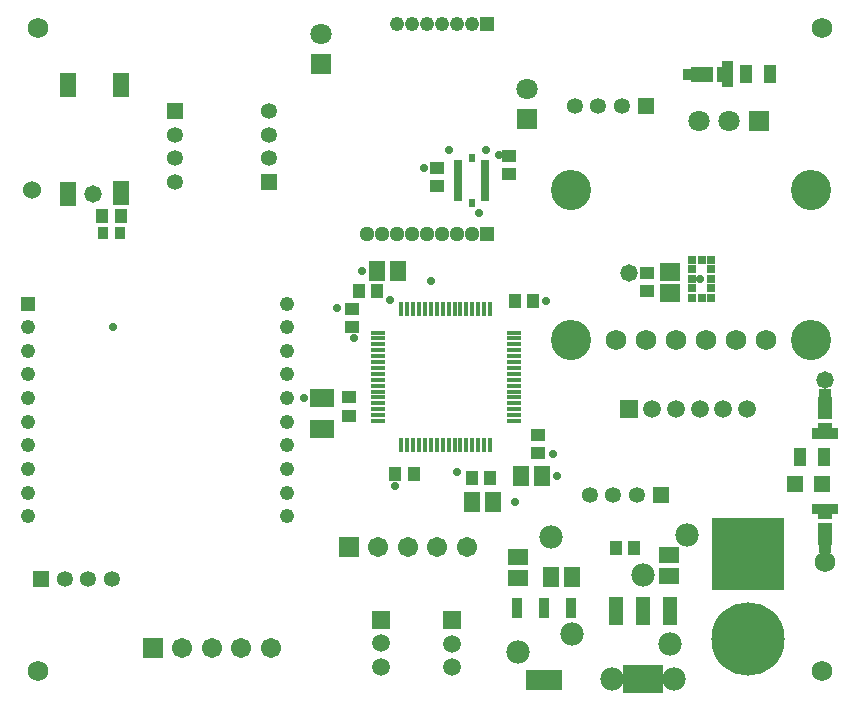
<source format=gts>
G04*
G04 #@! TF.GenerationSoftware,Altium Limited,Altium Designer,25.8.1 (18)*
G04*
G04 Layer_Color=8388736*
%FSLAX25Y25*%
%MOIN*%
G70*
G04*
G04 #@! TF.SameCoordinates,CEE5F6FD-B113-487D-9DF9-78F472C9FAAA*
G04*
G04*
G04 #@! TF.FilePolarity,Negative*
G04*
G01*
G75*
%ADD17R,0.03350X0.06934*%
%ADD18R,0.12405X0.06934*%
%ADD28R,0.04700X0.01200*%
%ADD29R,0.01200X0.04700*%
%ADD33R,0.05512X0.08268*%
%ADD36R,0.06587X0.05367*%
%ADD37R,0.04540X0.09265*%
%ADD38R,0.04422X0.06391*%
%ADD39R,0.02769X0.02769*%
%ADD40R,0.04658X0.04422*%
%ADD41R,0.03123X0.02178*%
%ADD42R,0.06942X0.05839*%
%ADD43R,0.05367X0.06587*%
%ADD44R,0.04422X0.04658*%
%ADD45R,0.03556X0.04343*%
%ADD46R,0.07965X0.06469*%
%ADD47R,0.13595X0.09265*%
%ADD48R,0.05328X0.05328*%
%ADD49R,0.02178X0.03123*%
%ADD50C,0.05328*%
%ADD51R,0.05328X0.05328*%
%ADD52R,0.07119X0.07119*%
%ADD53C,0.07119*%
%ADD54R,0.24422X0.24422*%
%ADD55C,0.06824*%
%ADD56R,0.06737X0.06737*%
%ADD57R,0.04776X0.04776*%
%ADD58R,0.05950X0.05950*%
%ADD59C,0.04776*%
%ADD60R,0.04769X0.04769*%
%ADD61C,0.05950*%
%ADD62C,0.24422*%
%ADD63C,0.05081*%
%ADD64C,0.06737*%
%ADD65C,0.04769*%
%ADD66R,0.05950X0.05950*%
%ADD67C,0.06000*%
%ADD68R,0.05081X0.05081*%
%ADD69R,0.07119X0.07119*%
%ADD70C,0.13398*%
%ADD71C,0.06800*%
%ADD72C,0.02800*%
%ADD73C,0.05800*%
%ADD74C,0.07800*%
G36*
X276378Y54134D02*
Y51378D01*
X272441D01*
Y54134D01*
X272047D01*
Y61417D01*
X276772D01*
Y54134D01*
X276378D01*
D02*
G37*
G36*
X276772Y64370D02*
Y62795D01*
X272047D01*
Y64370D01*
X270079D01*
Y67913D01*
X278740D01*
Y64370D01*
X276772D01*
D02*
G37*
G36*
X272047Y93110D02*
Y94685D01*
X276772D01*
Y93110D01*
X278740D01*
Y89567D01*
X270079D01*
Y93110D01*
X272047D01*
D02*
G37*
G36*
X237205Y208661D02*
X229921D01*
Y209055D01*
X227165D01*
Y212992D01*
X229921D01*
Y213386D01*
X237205D01*
Y208661D01*
D02*
G37*
G36*
X243701Y206693D02*
X240158D01*
Y208661D01*
X238583D01*
Y213386D01*
X240158D01*
Y215354D01*
X243701D01*
Y206693D01*
D02*
G37*
G36*
X276378Y103347D02*
X276772D01*
Y96063D01*
X272047D01*
Y103347D01*
X272441D01*
Y106102D01*
X276378D01*
Y103347D01*
D02*
G37*
D17*
X189874Y33158D02*
D03*
X180819D02*
D03*
X171764D02*
D03*
D18*
X180819Y9339D02*
D03*
D28*
X170669Y125000D02*
D03*
Y95473D02*
D03*
X125394Y125000D02*
D03*
Y101378D02*
D03*
X170669Y123032D02*
D03*
X125394Y103347D02*
D03*
Y111221D02*
D03*
X170669Y101378D02*
D03*
X125394Y113189D02*
D03*
X170669Y107284D02*
D03*
Y97441D02*
D03*
Y99410D02*
D03*
Y121063D02*
D03*
Y119095D02*
D03*
Y117126D02*
D03*
Y115158D02*
D03*
Y113189D02*
D03*
Y111221D02*
D03*
Y109252D02*
D03*
X125394Y105315D02*
D03*
Y107284D02*
D03*
Y115158D02*
D03*
Y117126D02*
D03*
Y119095D02*
D03*
Y121063D02*
D03*
Y123032D02*
D03*
Y109252D02*
D03*
X170669Y105315D02*
D03*
Y103347D02*
D03*
X125394Y99410D02*
D03*
Y97441D02*
D03*
Y95473D02*
D03*
D29*
X133268Y132874D02*
D03*
X156890Y87599D02*
D03*
X137205D02*
D03*
X162795D02*
D03*
X158858D02*
D03*
X154921D02*
D03*
X135236Y132874D02*
D03*
Y87599D02*
D03*
X141142Y132874D02*
D03*
X147047D02*
D03*
X149016Y87599D02*
D03*
X145079D02*
D03*
X154921Y132874D02*
D03*
X152953D02*
D03*
X143110D02*
D03*
X145079D02*
D03*
X147047Y87599D02*
D03*
X139173Y132874D02*
D03*
X160827Y87599D02*
D03*
X137205Y132874D02*
D03*
X152953Y87599D02*
D03*
X150984D02*
D03*
X143110D02*
D03*
X141142D02*
D03*
X158858Y132874D02*
D03*
X160827D02*
D03*
X162795D02*
D03*
X139173Y87599D02*
D03*
X150984Y132874D02*
D03*
X156890D02*
D03*
X149016D02*
D03*
X133268Y87599D02*
D03*
D33*
X22047Y171260D02*
D03*
X39764Y171653D02*
D03*
Y207480D02*
D03*
X22047D02*
D03*
D36*
X222571Y43980D02*
D03*
X171972Y43087D02*
D03*
X222571Y50870D02*
D03*
X171972Y50016D02*
D03*
D37*
X222835Y32283D02*
D03*
X213779D02*
D03*
X204724D02*
D03*
D38*
X266142Y83465D02*
D03*
X274016D02*
D03*
X248209Y211024D02*
D03*
X256083D02*
D03*
D39*
X230170Y136614D02*
D03*
X236469D02*
D03*
X233319Y149213D02*
D03*
Y136614D02*
D03*
X230170Y146063D02*
D03*
Y142913D02*
D03*
Y139764D02*
D03*
X236469Y149213D02*
D03*
Y139764D02*
D03*
Y142913D02*
D03*
X230170Y149213D02*
D03*
X236469Y146063D02*
D03*
D40*
X169291Y177756D02*
D03*
X215209Y138779D02*
D03*
X178740Y90847D02*
D03*
X145276Y173721D02*
D03*
X116929Y126772D02*
D03*
X115748Y97342D02*
D03*
X215209Y144882D02*
D03*
X178740Y84744D02*
D03*
X169291Y183858D02*
D03*
X145276Y179823D02*
D03*
X116929Y132874D02*
D03*
X115748Y103445D02*
D03*
D41*
X161279Y177618D02*
D03*
X152106Y173681D02*
D03*
X161279Y179587D02*
D03*
Y175650D02*
D03*
Y171712D02*
D03*
Y169744D02*
D03*
X152106D02*
D03*
Y179587D02*
D03*
X161279Y173681D02*
D03*
X152106Y181555D02*
D03*
Y171712D02*
D03*
Y175650D02*
D03*
Y177618D02*
D03*
X161279Y181555D02*
D03*
D42*
X222689Y138276D02*
D03*
Y145276D02*
D03*
D43*
X183075Y43402D02*
D03*
X156850Y68504D02*
D03*
X180157Y77165D02*
D03*
X190004Y43402D02*
D03*
X125276Y145669D02*
D03*
X163779Y68504D02*
D03*
X173228Y77165D02*
D03*
X132205Y145669D02*
D03*
D44*
X170965Y135433D02*
D03*
X119049Y138800D02*
D03*
X156791Y76378D02*
D03*
X137303Y77953D02*
D03*
X177067Y135433D02*
D03*
X210925Y53150D02*
D03*
X33563Y163779D02*
D03*
X125151Y138800D02*
D03*
X162894Y76378D02*
D03*
X131201Y77953D02*
D03*
X39665Y163779D02*
D03*
X204823Y53150D02*
D03*
D45*
X33661Y158268D02*
D03*
X39567D02*
D03*
D46*
X106693Y92772D02*
D03*
Y103291D02*
D03*
D47*
X213779Y9449D02*
D03*
D48*
X273622Y74410D02*
D03*
X264370D02*
D03*
X219685Y70866D02*
D03*
X13192Y42882D02*
D03*
X214674Y200600D02*
D03*
D49*
X156693Y183189D02*
D03*
Y168110D02*
D03*
D50*
X88976Y183071D02*
D03*
Y190945D02*
D03*
Y198819D02*
D03*
X191052Y200600D02*
D03*
X203937Y70866D02*
D03*
X196063D02*
D03*
X36814Y42882D02*
D03*
X21066D02*
D03*
X198926Y200600D02*
D03*
X206800D02*
D03*
X57874Y190945D02*
D03*
Y183071D02*
D03*
Y175197D02*
D03*
X211811Y70866D02*
D03*
X28940Y42882D02*
D03*
D51*
X88976Y175197D02*
D03*
X57874Y198819D02*
D03*
D52*
X175000Y196100D02*
D03*
X106600Y214500D02*
D03*
D53*
X175000Y206100D02*
D03*
X106600Y224500D02*
D03*
X232520Y195669D02*
D03*
X242520D02*
D03*
D54*
X248819Y51181D02*
D03*
D55*
X204685Y122441D02*
D03*
X214685D02*
D03*
X244685D02*
D03*
X254685D02*
D03*
X234685D02*
D03*
X224685D02*
D03*
D56*
X115748Y53543D02*
D03*
X50394Y19685D02*
D03*
D57*
X161811Y227874D02*
D03*
D58*
X209055Y99410D02*
D03*
D59*
X156811Y227874D02*
D03*
X151811D02*
D03*
X131811D02*
D03*
X136811D02*
D03*
X141811D02*
D03*
X146811D02*
D03*
D60*
X8661Y134646D02*
D03*
D61*
X216929Y99410D02*
D03*
X150000Y13386D02*
D03*
X126620Y13528D02*
D03*
X240551Y99410D02*
D03*
X224803D02*
D03*
X232677D02*
D03*
X248425D02*
D03*
X126620Y21402D02*
D03*
X150000Y21260D02*
D03*
D62*
X248819Y22835D02*
D03*
D63*
X121811Y157874D02*
D03*
X136811D02*
D03*
X146811D02*
D03*
X141811D02*
D03*
X151811D02*
D03*
X126811D02*
D03*
X131811D02*
D03*
X156811D02*
D03*
D64*
X155118Y53543D02*
D03*
X89764Y19685D02*
D03*
X145276Y53543D02*
D03*
X125591D02*
D03*
X135433D02*
D03*
X79921Y19685D02*
D03*
X60236D02*
D03*
X70079D02*
D03*
D65*
X8661Y63779D02*
D03*
Y126772D02*
D03*
Y118898D02*
D03*
Y111024D02*
D03*
Y103150D02*
D03*
Y95276D02*
D03*
Y87402D02*
D03*
Y79528D02*
D03*
Y71653D02*
D03*
X95276Y134646D02*
D03*
Y126772D02*
D03*
Y118898D02*
D03*
Y111024D02*
D03*
Y103150D02*
D03*
Y95276D02*
D03*
Y87402D02*
D03*
Y79528D02*
D03*
Y71653D02*
D03*
Y63779D02*
D03*
D66*
X150000Y29134D02*
D03*
X126620Y29276D02*
D03*
D67*
X10236Y172441D02*
D03*
D68*
X161811Y157874D02*
D03*
D69*
X252520Y195669D02*
D03*
D70*
X269685Y172441D02*
D03*
X189764D02*
D03*
Y122441D02*
D03*
X269685D02*
D03*
D71*
X273386Y12205D02*
D03*
Y226535D02*
D03*
X12205Y12205D02*
D03*
Y226535D02*
D03*
X274410Y48425D02*
D03*
D72*
X143142Y142126D02*
D03*
X161313Y185927D02*
D03*
X149213Y185827D02*
D03*
X129300Y135800D02*
D03*
X159200Y164800D02*
D03*
X181395Y135534D02*
D03*
X165772Y184055D02*
D03*
X232925Y142913D02*
D03*
X185039Y77165D02*
D03*
X183858Y84646D02*
D03*
X140945Y179921D02*
D03*
X120079Y145669D02*
D03*
X171260Y68504D02*
D03*
X151909Y78524D02*
D03*
X111811Y133071D02*
D03*
X100787Y103150D02*
D03*
X131201Y73721D02*
D03*
X37008Y126772D02*
D03*
X117323Y123228D02*
D03*
D73*
X208968Y144862D02*
D03*
X274386Y109252D02*
D03*
X30315Y171260D02*
D03*
D74*
X190083Y24504D02*
D03*
X213705Y44169D02*
D03*
X172047Y18551D02*
D03*
X224200Y9500D02*
D03*
X203300D02*
D03*
X228453Y57410D02*
D03*
X183028Y56870D02*
D03*
X222705Y21303D02*
D03*
M02*

</source>
